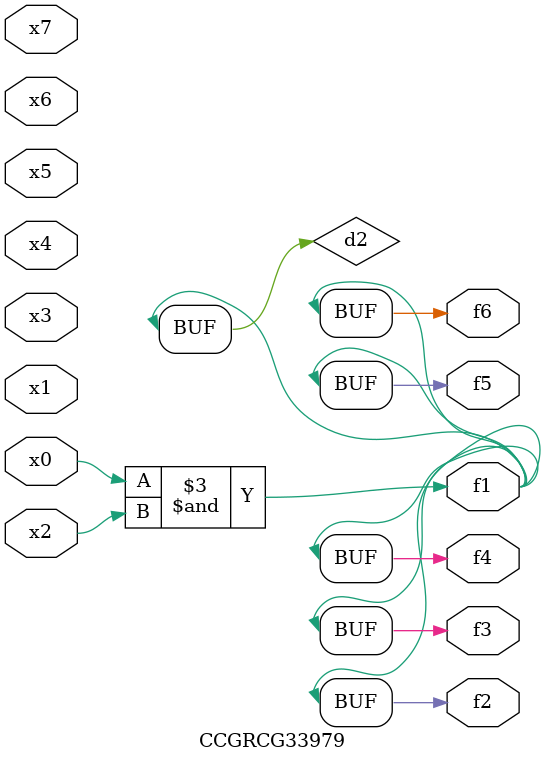
<source format=v>
module CCGRCG33979(
	input x0, x1, x2, x3, x4, x5, x6, x7,
	output f1, f2, f3, f4, f5, f6
);

	wire d1, d2;

	nor (d1, x3, x6);
	and (d2, x0, x2);
	assign f1 = d2;
	assign f2 = d2;
	assign f3 = d2;
	assign f4 = d2;
	assign f5 = d2;
	assign f6 = d2;
endmodule

</source>
